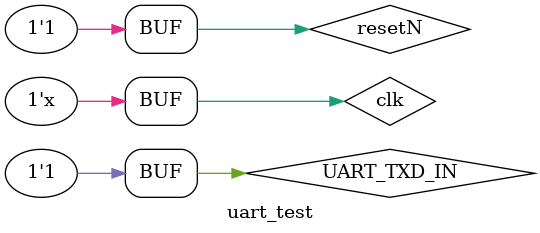
<source format=sv>
`timescale 1ns / 1ps


module uart_test();
  logic clk, resetN, UART_TXD_IN, common_flag, UART_RXD_OUT;
  logic [7:0] loopback;

  uart_basic#(
      .CLK_FREQUENCY(100000000),
      .BAUD_RATE(115200)
  )
  UART(
  .clk(clk),
  .reset(resetN),
  .rx(UART_TXD_IN),
  .rx_data(loopback),
  .rx_ready(common_flag),
  .tx(UART_RXD_OUT),
  .tx_start(common_flag),
  .tx_data(loopback),
  .tx_busy()
  );

  always #5 clk = ~clk;
  initial begin
    clk = 1'b0;
    resetN = 1'b0;
    UART_TXD_IN = 1'b1;
    #30
    resetN = 1'b1;
    #10
    // Start
    UART_TXD_IN = 1'b0;
    #86800
    // 1-bit
    UART_TXD_IN = 1'b1;
    #868
    // 2 to 8 bit
    UART_TXD_IN = 1'b0;
    #6076
    UART_TXD_IN = 1'b1;
  end

endmodule

</source>
